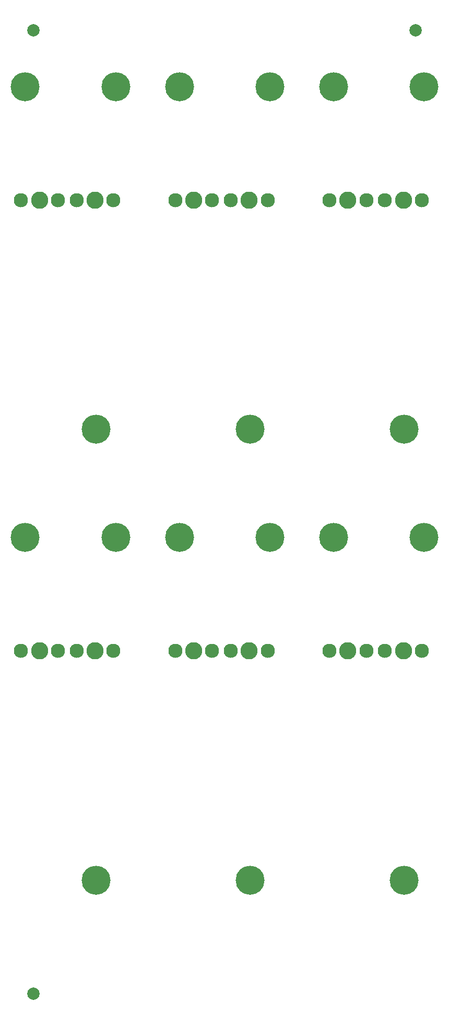
<source format=gbr>
%TF.GenerationSoftware,KiCad,Pcbnew,7.0.8-7.0.8~ubuntu22.04.1*%
%TF.CreationDate,2023-12-07T10:59:45+01:00*%
%TF.ProjectId,mothbeam_panel,6d6f7468-6265-4616-9d5f-70616e656c2e,rev?*%
%TF.SameCoordinates,Original*%
%TF.FileFunction,Copper,L2,Bot*%
%TF.FilePolarity,Positive*%
%FSLAX46Y46*%
G04 Gerber Fmt 4.6, Leading zero omitted, Abs format (unit mm)*
G04 Created by KiCad (PCBNEW 7.0.8-7.0.8~ubuntu22.04.1) date 2023-12-07 10:59:45*
%MOMM*%
%LPD*%
G01*
G04 APERTURE LIST*
%TA.AperFunction,WasherPad*%
%ADD10C,2.300000*%
%TD*%
%TA.AperFunction,ComponentPad*%
%ADD11C,4.700000*%
%TD*%
%TA.AperFunction,WasherPad*%
%ADD12C,2.800000*%
%TD*%
%TA.AperFunction,SMDPad,CuDef*%
%ADD13C,2.000000*%
%TD*%
G04 APERTURE END LIST*
D10*
%TO.P,H6,*%
%TO.N,*%
X140500000Y-123000000D03*
%TD*%
D11*
%TO.P,H3,1*%
%TO.N,N/C*%
X127651400Y-87138000D03*
%TD*%
%TO.P,H2,1*%
%TO.N,N/C*%
X166170600Y-104664400D03*
%TD*%
D10*
%TO.P,H7,*%
%TO.N,*%
X149500000Y-123000000D03*
%TD*%
%TO.P,H7,*%
%TO.N,*%
X174500000Y-50000000D03*
%TD*%
D12*
%TO.P,H9,*%
%TO.N,*%
X118500000Y-123000000D03*
%TD*%
D11*
%TO.P,H2,1*%
%TO.N,N/C*%
X166170600Y-31664400D03*
%TD*%
%TO.P,H3,1*%
%TO.N,N/C*%
X152651400Y-160138000D03*
%TD*%
D10*
%TO.P,H4,*%
%TO.N,*%
X180500000Y-50000000D03*
%TD*%
%TO.P,H5,*%
%TO.N,*%
X171500000Y-123000000D03*
%TD*%
D12*
%TO.P,H8,*%
%TO.N,*%
X177500000Y-123000000D03*
%TD*%
D10*
%TO.P,H5,*%
%TO.N,*%
X146500000Y-50000000D03*
%TD*%
%TO.P,H4,*%
%TO.N,*%
X130500000Y-50000000D03*
%TD*%
%TO.P,H6,*%
%TO.N,*%
X165500000Y-123000000D03*
%TD*%
%TO.P,H4,*%
%TO.N,*%
X130500000Y-123000000D03*
%TD*%
D12*
%TO.P,H9,*%
%TO.N,*%
X118500000Y-50000000D03*
%TD*%
D11*
%TO.P,H2,1*%
%TO.N,N/C*%
X141170600Y-31664400D03*
%TD*%
%TO.P,H3,1*%
%TO.N,N/C*%
X152651400Y-87138000D03*
%TD*%
D10*
%TO.P,H5,*%
%TO.N,*%
X121500000Y-50000000D03*
%TD*%
%TO.P,H6,*%
%TO.N,*%
X115500000Y-50000000D03*
%TD*%
D11*
%TO.P,H1,1*%
%TO.N,N/C*%
X130851800Y-31664400D03*
%TD*%
D10*
%TO.P,H7,*%
%TO.N,*%
X174500000Y-123000000D03*
%TD*%
D11*
%TO.P,H3,1*%
%TO.N,N/C*%
X177651400Y-87138000D03*
%TD*%
D12*
%TO.P,H8,*%
%TO.N,*%
X177500000Y-50000000D03*
%TD*%
%TO.P,H8,*%
%TO.N,*%
X152500000Y-123000000D03*
%TD*%
D10*
%TO.P,H7,*%
%TO.N,*%
X124500000Y-123000000D03*
%TD*%
%TO.P,H6,*%
%TO.N,*%
X140500000Y-50000000D03*
%TD*%
D12*
%TO.P,H9,*%
%TO.N,*%
X168500000Y-123000000D03*
%TD*%
D10*
%TO.P,H4,*%
%TO.N,*%
X180500000Y-123000000D03*
%TD*%
%TO.P,H6,*%
%TO.N,*%
X115500000Y-123000000D03*
%TD*%
%TO.P,H7,*%
%TO.N,*%
X124500000Y-50000000D03*
%TD*%
D11*
%TO.P,H1,1*%
%TO.N,N/C*%
X180851800Y-31664400D03*
%TD*%
%TO.P,H2,1*%
%TO.N,N/C*%
X116170600Y-31664400D03*
%TD*%
%TO.P,H1,1*%
%TO.N,N/C*%
X155851800Y-104664400D03*
%TD*%
%TO.P,H2,1*%
%TO.N,N/C*%
X141170600Y-104664400D03*
%TD*%
D12*
%TO.P,H8,*%
%TO.N,*%
X127500000Y-123000000D03*
%TD*%
%TO.P,H9,*%
%TO.N,*%
X143500000Y-123000000D03*
%TD*%
%TO.P,H9,*%
%TO.N,*%
X143500000Y-50000000D03*
%TD*%
D11*
%TO.P,H1,1*%
%TO.N,N/C*%
X155851800Y-31664400D03*
%TD*%
D12*
%TO.P,H9,*%
%TO.N,*%
X168500000Y-50000000D03*
%TD*%
%TO.P,H8,*%
%TO.N,*%
X152500000Y-50000000D03*
%TD*%
D11*
%TO.P,H1,1*%
%TO.N,N/C*%
X180851800Y-104664400D03*
%TD*%
%TO.P,H1,1*%
%TO.N,N/C*%
X130851800Y-104664400D03*
%TD*%
%TO.P,H3,1*%
%TO.N,N/C*%
X127651400Y-160138000D03*
%TD*%
D10*
%TO.P,H5,*%
%TO.N,*%
X146500000Y-123000000D03*
%TD*%
%TO.P,H4,*%
%TO.N,*%
X155500000Y-50000000D03*
%TD*%
D11*
%TO.P,H2,1*%
%TO.N,N/C*%
X116170600Y-104664400D03*
%TD*%
D10*
%TO.P,H5,*%
%TO.N,*%
X121500000Y-123000000D03*
%TD*%
D11*
%TO.P,H3,1*%
%TO.N,N/C*%
X177651400Y-160138000D03*
%TD*%
D10*
%TO.P,H6,*%
%TO.N,*%
X165500000Y-50000000D03*
%TD*%
%TO.P,H5,*%
%TO.N,*%
X171500000Y-50000000D03*
%TD*%
D12*
%TO.P,H8,*%
%TO.N,*%
X127500000Y-50000000D03*
%TD*%
D10*
%TO.P,H7,*%
%TO.N,*%
X149500000Y-50000000D03*
%TD*%
%TO.P,H4,*%
%TO.N,*%
X155500000Y-123000000D03*
%TD*%
D13*
%TO.P,REF\u002A\u002A,*%
%TO.N,*%
X117500000Y-178500000D03*
%TD*%
%TO.P,REF\u002A\u002A,*%
%TO.N,*%
X117500000Y-22500000D03*
%TD*%
%TO.P,REF\u002A\u002A,*%
%TO.N,*%
X179500000Y-22500000D03*
%TD*%
M02*

</source>
